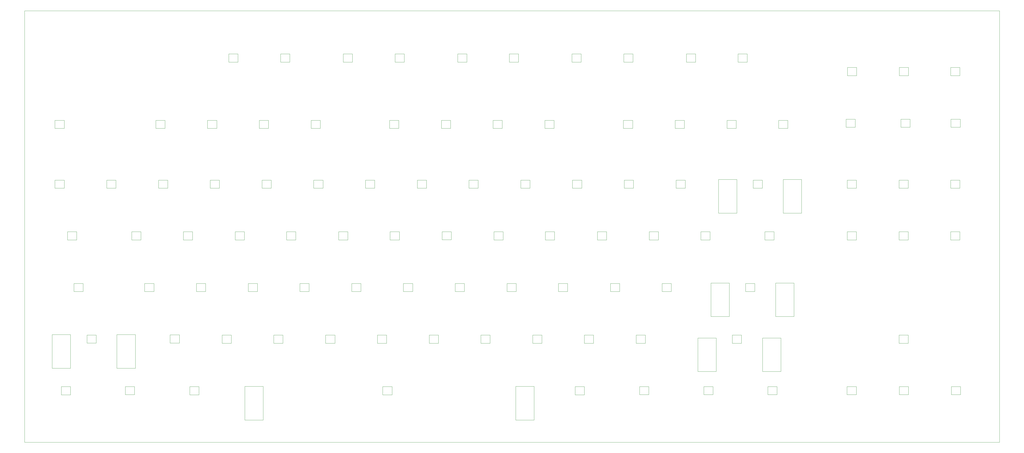
<source format=gbr>
%TF.GenerationSoftware,KiCad,Pcbnew,8.0.2-8.0.2-0~ubuntu22.04.1*%
%TF.CreationDate,2024-05-19T18:59:24-07:00*%
%TF.ProjectId,100kbd,3130306b-6264-42e6-9b69-6361645f7063,rev?*%
%TF.SameCoordinates,Original*%
%TF.FileFunction,Profile,NP*%
%FSLAX46Y46*%
G04 Gerber Fmt 4.6, Leading zero omitted, Abs format (unit mm)*
G04 Created by KiCad (PCBNEW 8.0.2-8.0.2-0~ubuntu22.04.1) date 2024-05-19 18:59:24*
%MOMM*%
%LPD*%
G01*
G04 APERTURE LIST*
%TA.AperFunction,Profile*%
%ADD10C,0.050000*%
%TD*%
%TA.AperFunction,Profile*%
%ADD11C,0.120000*%
%TD*%
G04 APERTURE END LIST*
D10*
X-229800000Y451100000D02*
X130110000Y451100000D01*
X130110000Y291700000D01*
X-229800000Y291700000D01*
X-229800000Y451100000D01*
X130000000Y291700000D02*
X-229800000Y291700000D01*
%TO.C,SW36*%
X18738878Y330194517D02*
X18738878Y317794517D01*
X18738878Y317794517D02*
X25538878Y317794517D01*
X25538878Y330194517D02*
X18738878Y330194517D01*
X25538878Y317794517D02*
X25538878Y330194517D01*
X42620000Y330205708D02*
X42620000Y317805708D01*
X42620000Y317805708D02*
X49420000Y317805708D01*
X49420000Y330205708D02*
X42620000Y330205708D01*
X49420000Y317805708D02*
X49420000Y330205708D01*
%TO.C,SW31*%
X-219590000Y331445663D02*
X-219590000Y319045663D01*
X-219590000Y319045663D02*
X-212790000Y319045663D01*
X-212790000Y331445663D02*
X-219590000Y331445663D01*
X-212790000Y319045663D02*
X-212790000Y331445663D01*
X-195712012Y331444969D02*
X-195712012Y319044969D01*
X-195712012Y319044969D02*
X-188912012Y319044969D01*
X-188912012Y331444969D02*
X-195712012Y331444969D01*
X-188912012Y319044969D02*
X-188912012Y331444969D01*
%TO.C,SW47*%
X23570000Y350545663D02*
X23570000Y338145663D01*
X23570000Y338145663D02*
X30370000Y338145663D01*
X30370000Y350545663D02*
X23570000Y350545663D01*
X30370000Y338145663D02*
X30370000Y350545663D01*
X47447988Y350544969D02*
X47447988Y338144969D01*
X47447988Y338144969D02*
X54247988Y338144969D01*
X54247988Y350544969D02*
X47447988Y350544969D01*
X54247988Y338144969D02*
X54247988Y350544969D01*
%TO.C,SW97*%
X26332183Y388745367D02*
X26332183Y376345367D01*
X26332183Y376345367D02*
X33132183Y376345367D01*
X33132183Y388745367D02*
X26332183Y388745367D01*
X33132183Y376345367D02*
X33132183Y388745367D01*
X50210000Y388740000D02*
X50210000Y376340000D01*
X50210000Y376340000D02*
X57010000Y376340000D01*
X57010000Y388740000D02*
X50210000Y388740000D01*
X57010000Y376340000D02*
X57010000Y388740000D01*
D11*
%TO.C,D143*%
X-110450000Y366450000D02*
X-113850000Y366450000D01*
X-113850000Y366450000D02*
X-113850000Y369450000D01*
X-110450000Y369450000D02*
X-110450000Y366450000D01*
X-113850000Y369450000D02*
X-110450000Y369450000D01*
%TO.C,D104*%
X47950000Y309250000D02*
X44550000Y309250000D01*
X44550000Y309250000D02*
X44550000Y312250000D01*
X47950000Y312250000D02*
X47950000Y309250000D01*
X44550000Y312250000D02*
X47950000Y312250000D01*
%TO.C,D183*%
X-120650000Y407650000D02*
X-124050000Y407650000D01*
X-124050000Y407650000D02*
X-124050000Y410650000D01*
X-120650000Y410650000D02*
X-120650000Y407650000D01*
X-124050000Y410650000D02*
X-120650000Y410650000D01*
%TO.C,D147*%
X-34150000Y366450000D02*
X-37550000Y366450000D01*
X-37550000Y366450000D02*
X-37550000Y369450000D01*
X-34150000Y369450000D02*
X-34150000Y366450000D01*
X-37550000Y369450000D02*
X-34150000Y369450000D01*
%TO.C,D161*%
X-24150000Y385550000D02*
X-27550000Y385550000D01*
X-27550000Y385550000D02*
X-27550000Y388550000D01*
X-24150000Y388550000D02*
X-24150000Y385550000D01*
X-27550000Y388550000D02*
X-24150000Y388550000D01*
%TO.C,D135*%
X-162950000Y347350000D02*
X-166350000Y347350000D01*
X-166350000Y347350000D02*
X-166350000Y350350000D01*
X-162950000Y350350000D02*
X-162950000Y347350000D01*
X-166350000Y350350000D02*
X-162950000Y350350000D01*
%TO.C,D171*%
X-215150000Y385550000D02*
X-218550000Y385550000D01*
X-218550000Y385550000D02*
X-218550000Y388550000D01*
X-215150000Y388550000D02*
X-215150000Y385550000D01*
X-218550000Y388550000D02*
X-215150000Y388550000D01*
%TO.C,D103*%
X77200000Y309250000D02*
X73800000Y309250000D01*
X73800000Y309250000D02*
X73800000Y312250000D01*
X77200000Y312250000D02*
X77200000Y309250000D01*
X73800000Y312250000D02*
X77200000Y312250000D01*
%TO.C,D118*%
X-77050000Y328250000D02*
X-80450000Y328250000D01*
X-80450000Y328250000D02*
X-80450000Y331250000D01*
X-77050000Y331250000D02*
X-77050000Y328250000D01*
X-80450000Y331250000D02*
X-77050000Y331250000D01*
%TO.C,D127*%
X-10150000Y347350000D02*
X-13550000Y347350000D01*
X-13550000Y347350000D02*
X-13550000Y350350000D01*
X-10150000Y350350000D02*
X-10150000Y347350000D01*
X-13550000Y350350000D02*
X-10150000Y350350000D01*
%TO.C,D121*%
X-19750000Y328250000D02*
X-23150000Y328250000D01*
X-23150000Y328250000D02*
X-23150000Y331250000D01*
X-19750000Y331250000D02*
X-19750000Y328250000D01*
X-23150000Y331250000D02*
X-19750000Y331250000D01*
%TO.C,D156*%
X96350000Y385550000D02*
X92950000Y385550000D01*
X92950000Y385550000D02*
X92950000Y388550000D01*
X96350000Y388550000D02*
X96350000Y385550000D01*
X92950000Y388550000D02*
X96350000Y388550000D01*
%TO.C,D117*%
X-96150000Y328250000D02*
X-99550000Y328250000D01*
X-99550000Y328250000D02*
X-99550000Y331250000D01*
X-96150000Y331250000D02*
X-96150000Y328250000D01*
X-99550000Y331250000D02*
X-96150000Y331250000D01*
%TO.C,D150*%
X23250000Y366450000D02*
X19850000Y366450000D01*
X19850000Y366450000D02*
X19850000Y369450000D01*
X23250000Y369450000D02*
X23250000Y366450000D01*
X19850000Y369450000D02*
X23250000Y369450000D01*
%TO.C,D158*%
X42550000Y385550000D02*
X39150000Y385550000D01*
X39150000Y385550000D02*
X39150000Y388550000D01*
X42550000Y388550000D02*
X42550000Y385550000D01*
X39150000Y388550000D02*
X42550000Y388550000D01*
%TO.C,D125*%
X39750000Y347350000D02*
X36350000Y347350000D01*
X36350000Y347350000D02*
X36350000Y350350000D01*
X39750000Y350350000D02*
X39750000Y347350000D01*
X36350000Y350350000D02*
X39750000Y350350000D01*
%TO.C,D184*%
X-139750000Y407650000D02*
X-143150000Y407650000D01*
X-143150000Y407650000D02*
X-143150000Y410650000D01*
X-139750000Y410650000D02*
X-139750000Y407650000D01*
X-143150000Y410650000D02*
X-139750000Y410650000D01*
%TO.C,D149*%
X4150000Y366450000D02*
X750000Y366450000D01*
X750000Y366450000D02*
X750000Y369450000D01*
X4150000Y369450000D02*
X4150000Y366450000D01*
X750000Y369450000D02*
X4150000Y369450000D01*
%TO.C,D113*%
X-172650000Y328350000D02*
X-176050000Y328350000D01*
X-176050000Y328350000D02*
X-176050000Y331350000D01*
X-172650000Y331350000D02*
X-172650000Y328350000D01*
X-176050000Y331350000D02*
X-172650000Y331350000D01*
%TO.C,D163*%
X-62350000Y385550000D02*
X-65750000Y385550000D01*
X-65750000Y385550000D02*
X-65750000Y388550000D01*
X-62350000Y388550000D02*
X-62350000Y385550000D01*
X-65750000Y388550000D02*
X-62350000Y388550000D01*
%TO.C,D170*%
X-196050000Y385550000D02*
X-199450000Y385550000D01*
X-199450000Y385550000D02*
X-199450000Y388550000D01*
X-196050000Y388550000D02*
X-196050000Y385550000D01*
X-199450000Y388550000D02*
X-196050000Y388550000D01*
%TO.C,D192*%
X17870000Y432150000D02*
X14470000Y432150000D01*
X14470000Y432150000D02*
X14470000Y435150000D01*
X17870000Y435150000D02*
X17870000Y432150000D01*
X14470000Y435150000D02*
X17870000Y435150000D01*
%TO.C,D136*%
X-182050000Y347350000D02*
X-185450000Y347350000D01*
X-185450000Y347350000D02*
X-185450000Y350350000D01*
X-182050000Y350350000D02*
X-182050000Y347350000D01*
X-185450000Y350350000D02*
X-182050000Y350350000D01*
%TO.C,D132*%
X-105650000Y347350000D02*
X-109050000Y347350000D01*
X-109050000Y347350000D02*
X-109050000Y350350000D01*
X-105650000Y350350000D02*
X-105650000Y347350000D01*
X-109050000Y350350000D02*
X-105650000Y350350000D01*
%TO.C,D177*%
X13750000Y407650000D02*
X10350000Y407650000D01*
X10350000Y407650000D02*
X10350000Y410650000D01*
X13750000Y410650000D02*
X13750000Y407650000D01*
X10350000Y410650000D02*
X13750000Y410650000D01*
%TO.C,D126*%
X8950000Y347350000D02*
X5550000Y347350000D01*
X5550000Y347350000D02*
X5550000Y350350000D01*
X8950000Y350350000D02*
X8950000Y347350000D01*
X5550000Y350350000D02*
X8950000Y350350000D01*
%TO.C,D144*%
X-91450000Y366450000D02*
X-94850000Y366450000D01*
X-94850000Y366450000D02*
X-94850000Y369450000D01*
X-91450000Y369450000D02*
X-91450000Y366450000D01*
X-94850000Y369450000D02*
X-91450000Y369450000D01*
%TO.C,D129*%
X-48350000Y347350000D02*
X-51750000Y347350000D01*
X-51750000Y347350000D02*
X-51750000Y350350000D01*
X-48350000Y350350000D02*
X-48350000Y347350000D01*
X-51750000Y350350000D02*
X-48350000Y350350000D01*
%TO.C,D131*%
X-86550000Y347350000D02*
X-89950000Y347350000D01*
X-89950000Y347350000D02*
X-89950000Y350350000D01*
X-86550000Y350350000D02*
X-86550000Y347350000D01*
X-89950000Y350350000D02*
X-86550000Y350350000D01*
%TO.C,D174*%
X76800000Y408050000D02*
X73400000Y408050000D01*
X73400000Y408050000D02*
X73400000Y411050000D01*
X76800000Y411050000D02*
X76800000Y408050000D01*
X73400000Y411050000D02*
X76800000Y411050000D01*
%TO.C,D106*%
X600000Y309250000D02*
X-2800000Y309250000D01*
X-2800000Y309250000D02*
X-2800000Y312250000D01*
X600000Y312250000D02*
X600000Y309250000D01*
X-2800000Y312250000D02*
X600000Y312250000D01*
%TO.C,D176*%
X32850000Y407650000D02*
X29450000Y407650000D01*
X29450000Y407650000D02*
X29450000Y410650000D01*
X32850000Y410650000D02*
X32850000Y407650000D01*
X29450000Y410650000D02*
X32850000Y410650000D01*
%TO.C,D119*%
X-57950000Y328250000D02*
X-61350000Y328250000D01*
X-61350000Y328250000D02*
X-61350000Y331250000D01*
X-57950000Y331250000D02*
X-57950000Y328250000D01*
X-61350000Y331250000D02*
X-57950000Y331250000D01*
%TO.C,D199*%
X-131850000Y432150000D02*
X-135250000Y432150000D01*
X-135250000Y432150000D02*
X-135250000Y435150000D01*
X-131850000Y435150000D02*
X-131850000Y432150000D01*
X-135250000Y435150000D02*
X-131850000Y435150000D01*
%TO.C,D197*%
X-89640000Y432150000D02*
X-93040000Y432150000D01*
X-93040000Y432150000D02*
X-93040000Y435150000D01*
X-89640000Y435150000D02*
X-89640000Y432150000D01*
X-93040000Y435150000D02*
X-89640000Y435150000D01*
%TO.C,D145*%
X-72250000Y366500000D02*
X-75650000Y366500000D01*
X-75650000Y366500000D02*
X-75650000Y369500000D01*
X-72250000Y369500000D02*
X-72250000Y366500000D01*
X-75650000Y369500000D02*
X-72250000Y369500000D01*
%TO.C,D114*%
X-153450000Y328250000D02*
X-156850000Y328250000D01*
X-156850000Y328250000D02*
X-156850000Y331250000D01*
X-153450000Y331250000D02*
X-153450000Y328250000D01*
X-156850000Y331250000D02*
X-153450000Y331250000D01*
%TO.C,D193*%
X-5235518Y432150000D02*
X-8635518Y432150000D01*
X-8635518Y432150000D02*
X-8635518Y435150000D01*
X-5235518Y435150000D02*
X-5235518Y432150000D01*
X-8635518Y435150000D02*
X-5235518Y435150000D01*
%TO.C,D151*%
X46850000Y366450000D02*
X43450000Y366450000D01*
X43450000Y366450000D02*
X43450000Y369450000D01*
X46850000Y369450000D02*
X46850000Y366450000D01*
X43450000Y369450000D02*
X46850000Y369450000D01*
%TO.C,D120*%
X-38850000Y328250000D02*
X-42250000Y328250000D01*
X-42250000Y328250000D02*
X-42250000Y331250000D01*
X-38850000Y331250000D02*
X-38850000Y328250000D01*
X-42250000Y331250000D02*
X-38850000Y331250000D01*
%TO.C,D185*%
X-158850000Y407650000D02*
X-162250000Y407650000D01*
X-162250000Y407650000D02*
X-162250000Y410650000D01*
X-158850000Y410650000D02*
X-158850000Y407650000D01*
X-162250000Y410650000D02*
X-158850000Y410650000D01*
%TO.C,D108*%
X-94159764Y309223913D02*
X-97559764Y309223913D01*
X-97559764Y309223913D02*
X-97559764Y312223913D01*
X-94159764Y312223913D02*
X-94159764Y309223913D01*
X-97559764Y312223913D02*
X-94159764Y312223913D01*
%TO.C,D164*%
X-81450000Y385550000D02*
X-84850000Y385550000D01*
X-84850000Y385550000D02*
X-84850000Y388550000D01*
X-81450000Y388550000D02*
X-81450000Y385550000D01*
X-84850000Y388550000D02*
X-81450000Y388550000D01*
%TO.C,D155*%
X115450000Y385550000D02*
X112050000Y385550000D01*
X112050000Y385550000D02*
X112050000Y388550000D01*
X115450000Y388550000D02*
X115450000Y385550000D01*
X112050000Y388550000D02*
X115450000Y388550000D01*
%TO.C,D146*%
X-53150000Y366450000D02*
X-56550000Y366450000D01*
X-56550000Y366450000D02*
X-56550000Y369450000D01*
X-53150000Y369450000D02*
X-53150000Y366450000D01*
X-56550000Y369450000D02*
X-53150000Y369450000D01*
%TO.C,D141*%
X-148650000Y366450000D02*
X-152050000Y366450000D01*
X-152050000Y366450000D02*
X-152050000Y369450000D01*
X-148650000Y369450000D02*
X-148650000Y366450000D01*
X-152050000Y369450000D02*
X-148650000Y369450000D01*
%TO.C,D173*%
X97050000Y408050000D02*
X93650000Y408050000D01*
X93650000Y408050000D02*
X93650000Y411050000D01*
X97050000Y411050000D02*
X97050000Y408050000D01*
X93650000Y411050000D02*
X97050000Y411050000D01*
%TO.C,D189*%
X96450000Y427150000D02*
X93050000Y427150000D01*
X93050000Y427150000D02*
X93050000Y430150000D01*
X96450000Y430150000D02*
X96450000Y427150000D01*
X93050000Y430150000D02*
X96450000Y430150000D01*
%TO.C,D188*%
X115450000Y427151692D02*
X112050000Y427151692D01*
X112050000Y427151692D02*
X112050000Y430151692D01*
X115450000Y430151692D02*
X115450000Y427151692D01*
X112050000Y430151692D02*
X115450000Y430151692D01*
%TO.C,D130*%
X-67450000Y347350000D02*
X-70850000Y347350000D01*
X-70850000Y347350000D02*
X-70850000Y350350000D01*
X-67450000Y350350000D02*
X-67450000Y347350000D01*
X-70850000Y350350000D02*
X-67450000Y350350000D01*
%TO.C,D138*%
X-210550000Y366450000D02*
X-213950000Y366450000D01*
X-213950000Y366450000D02*
X-213950000Y369450000D01*
X-210550000Y369450000D02*
X-210550000Y366450000D01*
X-213950000Y369450000D02*
X-210550000Y369450000D01*
%TO.C,D110*%
X-189200000Y309250000D02*
X-192600000Y309250000D01*
X-192600000Y309250000D02*
X-192600000Y312250000D01*
X-189200000Y312250000D02*
X-189200000Y309250000D01*
X-192600000Y312250000D02*
X-189200000Y312250000D01*
%TO.C,D112*%
X-203377270Y328316162D02*
X-206777270Y328316162D01*
X-206777270Y328316162D02*
X-206777270Y331316162D01*
X-203377270Y331316162D02*
X-203377270Y328316162D01*
X-206777270Y331316162D02*
X-203377270Y331316162D01*
%TO.C,D148*%
X-14950000Y366450000D02*
X-18350000Y366450000D01*
X-18350000Y366450000D02*
X-18350000Y369450000D01*
X-14950000Y369450000D02*
X-14950000Y366450000D01*
X-18350000Y369450000D02*
X-14950000Y369450000D01*
%TO.C,D124*%
X96350000Y328250000D02*
X92950000Y328250000D01*
X92950000Y328250000D02*
X92950000Y331250000D01*
X96350000Y331250000D02*
X96350000Y328250000D01*
X92950000Y331250000D02*
X96350000Y331250000D01*
%TO.C,D168*%
X-157850000Y385550000D02*
X-161250000Y385550000D01*
X-161250000Y385550000D02*
X-161250000Y388550000D01*
X-157850000Y388550000D02*
X-157850000Y385550000D01*
X-161250000Y388550000D02*
X-157850000Y388550000D01*
%TO.C,D133*%
X-124750000Y347350000D02*
X-128150000Y347350000D01*
X-128150000Y347350000D02*
X-128150000Y350350000D01*
X-124750000Y350350000D02*
X-124750000Y347350000D01*
X-128150000Y350350000D02*
X-124750000Y350350000D01*
%TO.C,D116*%
X-115250000Y328250000D02*
X-118650000Y328250000D01*
X-118650000Y328250000D02*
X-118650000Y331250000D01*
X-115250000Y331250000D02*
X-115250000Y328250000D01*
X-118650000Y331250000D02*
X-115250000Y331250000D01*
%TO.C,D123*%
X34850000Y328250000D02*
X31450000Y328250000D01*
X31450000Y328250000D02*
X31450000Y331250000D01*
X34850000Y331250000D02*
X34850000Y328250000D01*
X31450000Y331250000D02*
X34850000Y331250000D01*
%TO.C,D142*%
X-129650000Y366450000D02*
X-133050000Y366450000D01*
X-133050000Y366450000D02*
X-133050000Y369450000D01*
X-129650000Y369450000D02*
X-129650000Y366450000D01*
X-133050000Y369450000D02*
X-129650000Y369450000D01*
%TO.C,D169*%
X-176950000Y385550000D02*
X-180350000Y385550000D01*
X-180350000Y385550000D02*
X-180350000Y388550000D01*
X-176950000Y388550000D02*
X-176950000Y385550000D01*
X-180350000Y388550000D02*
X-176950000Y388550000D01*
%TO.C,D194*%
X-24335518Y432150000D02*
X-27735518Y432150000D01*
X-27735518Y432150000D02*
X-27735518Y435150000D01*
X-24335518Y435150000D02*
X-24335518Y432150000D01*
X-27735518Y435150000D02*
X-24335518Y435150000D01*
%TO.C,D186*%
X-177950000Y407650000D02*
X-181350000Y407650000D01*
X-181350000Y407650000D02*
X-181350000Y410650000D01*
X-177950000Y410650000D02*
X-177950000Y407650000D01*
X-181350000Y410650000D02*
X-177950000Y410650000D01*
%TO.C,D101*%
X115700000Y309250000D02*
X112300000Y309250000D01*
X112300000Y309250000D02*
X112300000Y312250000D01*
X115700000Y312250000D02*
X115700000Y309250000D01*
X112300000Y312250000D02*
X115700000Y312250000D01*
%TO.C,D139*%
X-186850000Y366450000D02*
X-190250000Y366450000D01*
X-190250000Y366450000D02*
X-190250000Y369450000D01*
X-186850000Y369450000D02*
X-186850000Y366450000D01*
X-190250000Y369450000D02*
X-186850000Y369450000D01*
%TO.C,D109*%
X-165387302Y309223913D02*
X-168787302Y309223913D01*
X-168787302Y309223913D02*
X-168787302Y312223913D01*
X-165387302Y312223913D02*
X-165387302Y309223913D01*
X-168787302Y312223913D02*
X-165387302Y312223913D01*
%TO.C,D160*%
X-5050000Y385550000D02*
X-8450000Y385550000D01*
X-8450000Y385550000D02*
X-8450000Y388550000D01*
X-5050000Y388550000D02*
X-5050000Y385550000D01*
X-8450000Y388550000D02*
X-5050000Y388550000D01*
%TO.C,D178*%
X-5350000Y407650000D02*
X-8750000Y407650000D01*
X-8750000Y407650000D02*
X-8750000Y410650000D01*
X-5350000Y410650000D02*
X-5350000Y407650000D01*
X-8750000Y410650000D02*
X-5350000Y410650000D01*
%TO.C,D102*%
X96450000Y309250000D02*
X93050000Y309250000D01*
X93050000Y309250000D02*
X93050000Y312250000D01*
X96450000Y312250000D02*
X96450000Y309250000D01*
X93050000Y312250000D02*
X96450000Y312250000D01*
%TO.C,D137*%
X-208150000Y347350000D02*
X-211550000Y347350000D01*
X-211550000Y347350000D02*
X-211550000Y350350000D01*
X-208150000Y350350000D02*
X-208150000Y347350000D01*
X-211550000Y350350000D02*
X-208150000Y350350000D01*
%TO.C,D162*%
X-43250000Y385550000D02*
X-46650000Y385550000D01*
X-46650000Y385550000D02*
X-46650000Y388550000D01*
X-43250000Y388550000D02*
X-43250000Y385550000D01*
X-46650000Y388550000D02*
X-43250000Y388550000D01*
%TO.C,D179*%
X-34350000Y407650000D02*
X-37750000Y407650000D01*
X-37750000Y407650000D02*
X-37750000Y410650000D01*
X-34350000Y410650000D02*
X-34350000Y407650000D01*
X-37750000Y410650000D02*
X-34350000Y410650000D01*
%TO.C,D128*%
X-29350000Y347350000D02*
X-32750000Y347350000D01*
X-32750000Y347350000D02*
X-32750000Y350350000D01*
X-29350000Y350350000D02*
X-29350000Y347350000D01*
X-32750000Y350350000D02*
X-29350000Y350350000D01*
%TO.C,D122*%
X-650000Y328250000D02*
X-4050000Y328250000D01*
X-4050000Y328250000D02*
X-4050000Y331250000D01*
X-650000Y331250000D02*
X-650000Y328250000D01*
X-4050000Y331250000D02*
X-650000Y331250000D01*
%TO.C,D180*%
X-53450000Y407650000D02*
X-56850000Y407650000D01*
X-56850000Y407650000D02*
X-56850000Y410650000D01*
X-53450000Y410650000D02*
X-53450000Y407650000D01*
X-56850000Y410650000D02*
X-53450000Y410650000D01*
%TO.C,D191*%
X36970000Y432150000D02*
X33570000Y432150000D01*
X33570000Y432150000D02*
X33570000Y435150000D01*
X36970000Y435150000D02*
X36970000Y432150000D01*
X33570000Y435150000D02*
X36970000Y435150000D01*
%TO.C,D181*%
X-72550000Y407650000D02*
X-75950000Y407650000D01*
X-75950000Y407650000D02*
X-75950000Y410650000D01*
X-72550000Y410650000D02*
X-72550000Y407650000D01*
X-75950000Y410650000D02*
X-72550000Y410650000D01*
%TO.C,D196*%
X-66535518Y432150000D02*
X-69935518Y432150000D01*
X-69935518Y432150000D02*
X-69935518Y435150000D01*
X-66535518Y435150000D02*
X-66535518Y432150000D01*
X-69935518Y435150000D02*
X-66535518Y435150000D01*
%TO.C,D154*%
X115450000Y366450000D02*
X112050000Y366450000D01*
X112050000Y366450000D02*
X112050000Y369450000D01*
X115450000Y369450000D02*
X115450000Y366450000D01*
X112050000Y369450000D02*
X115450000Y369450000D01*
%TO.C,D167*%
X-138750000Y385550000D02*
X-142150000Y385550000D01*
X-142150000Y385550000D02*
X-142150000Y388550000D01*
X-138750000Y388550000D02*
X-138750000Y385550000D01*
X-142150000Y388550000D02*
X-138750000Y388550000D01*
%TO.C,D157*%
X77250000Y385550000D02*
X73850000Y385550000D01*
X73850000Y385550000D02*
X73850000Y388550000D01*
X77250000Y388550000D02*
X77250000Y385550000D01*
X73850000Y388550000D02*
X77250000Y388550000D01*
%TO.C,D198*%
X-108740000Y432150000D02*
X-112140000Y432150000D01*
X-112140000Y432150000D02*
X-112140000Y435150000D01*
X-108740000Y435150000D02*
X-108740000Y432150000D01*
X-112140000Y435150000D02*
X-108740000Y435150000D01*
%TO.C,D153*%
X96350000Y366450000D02*
X92950000Y366450000D01*
X92950000Y366450000D02*
X92950000Y369450000D01*
X96350000Y369450000D02*
X96350000Y366450000D01*
X92950000Y369450000D02*
X96350000Y369450000D01*
%TO.C,D134*%
X-143850000Y347350000D02*
X-147250000Y347350000D01*
X-147250000Y347350000D02*
X-147250000Y350350000D01*
X-143850000Y350350000D02*
X-143850000Y347350000D01*
X-147250000Y350350000D02*
X-143850000Y350350000D01*
%TO.C,D105*%
X24350000Y309250000D02*
X20950000Y309250000D01*
X20950000Y309250000D02*
X20950000Y312250000D01*
X24350000Y312250000D02*
X24350000Y309250000D01*
X20950000Y312250000D02*
X24350000Y312250000D01*
%TO.C,D111*%
X-212851971Y309202052D02*
X-216251971Y309202052D01*
X-216251971Y309202052D02*
X-216251971Y312202052D01*
X-212851971Y312202052D02*
X-212851971Y309202052D01*
X-216251971Y312202052D02*
X-212851971Y312202052D01*
%TO.C,D115*%
X-134450000Y328250000D02*
X-137850000Y328250000D01*
X-137850000Y328250000D02*
X-137850000Y331250000D01*
X-134450000Y331250000D02*
X-134450000Y328250000D01*
X-137850000Y331250000D02*
X-134450000Y331250000D01*
%TO.C,D195*%
X-47440000Y432150000D02*
X-50840000Y432150000D01*
X-50840000Y432150000D02*
X-50840000Y435150000D01*
X-47440000Y435150000D02*
X-47440000Y432150000D01*
X-50840000Y435150000D02*
X-47440000Y435150000D01*
%TO.C,D107*%
X-23150000Y309223913D02*
X-26550000Y309223913D01*
X-26550000Y309223913D02*
X-26550000Y312223913D01*
X-23150000Y312223913D02*
X-23150000Y309223913D01*
X-26550000Y312223913D02*
X-23150000Y312223913D01*
%TO.C,D172*%
X115550000Y408050000D02*
X112150000Y408050000D01*
X112150000Y408050000D02*
X112150000Y411050000D01*
X115550000Y411050000D02*
X115550000Y408050000D01*
X112150000Y411050000D02*
X115550000Y411050000D01*
%TO.C,D152*%
X77250000Y366450000D02*
X73850000Y366450000D01*
X73850000Y366450000D02*
X73850000Y369450000D01*
X77250000Y369450000D02*
X77250000Y366450000D01*
X73850000Y369450000D02*
X77250000Y369450000D01*
%TO.C,D175*%
X51950000Y407650000D02*
X48550000Y407650000D01*
X48550000Y407650000D02*
X48550000Y410650000D01*
X51950000Y410650000D02*
X51950000Y407650000D01*
X48550000Y410650000D02*
X51950000Y410650000D01*
%TO.C,D140*%
X-167750000Y366450000D02*
X-171150000Y366450000D01*
X-171150000Y366450000D02*
X-171150000Y369450000D01*
X-167750000Y369450000D02*
X-167750000Y366450000D01*
X-171150000Y369450000D02*
X-167750000Y369450000D01*
%TO.C,D165*%
X-100550000Y385550000D02*
X-103950000Y385550000D01*
X-103950000Y385550000D02*
X-103950000Y388550000D01*
X-100550000Y388550000D02*
X-100550000Y385550000D01*
X-103950000Y388550000D02*
X-100550000Y388550000D01*
%TO.C,D187*%
X-215150000Y407650000D02*
X-218550000Y407650000D01*
X-218550000Y407650000D02*
X-218550000Y410650000D01*
X-215150000Y410650000D02*
X-215150000Y407650000D01*
X-218550000Y410650000D02*
X-215150000Y410650000D01*
%TO.C,D200*%
X-151000000Y432150788D02*
X-154400000Y432150788D01*
X-154400000Y432150788D02*
X-154400000Y435150788D01*
X-151000000Y435150788D02*
X-151000000Y432150788D01*
X-154400000Y435150788D02*
X-151000000Y435150788D01*
%TO.C,D190*%
X77350000Y427150000D02*
X73950000Y427150000D01*
X73950000Y427150000D02*
X73950000Y430150000D01*
X77350000Y430150000D02*
X77350000Y427150000D01*
X73950000Y430150000D02*
X77350000Y430150000D01*
%TO.C,D182*%
X-91650000Y407650000D02*
X-95050000Y407650000D01*
X-95050000Y407650000D02*
X-95050000Y410650000D01*
X-91650000Y410650000D02*
X-91650000Y407650000D01*
X-95050000Y410650000D02*
X-91650000Y410650000D01*
%TO.C,D159*%
X14050000Y385550000D02*
X10650000Y385550000D01*
X10650000Y385550000D02*
X10650000Y388550000D01*
X14050000Y388550000D02*
X14050000Y385550000D01*
X10650000Y388550000D02*
X14050000Y388550000D01*
%TO.C,D166*%
X-119650000Y385550000D02*
X-123050000Y385550000D01*
X-123050000Y385550000D02*
X-123050000Y388550000D01*
X-119650000Y388550000D02*
X-119650000Y385550000D01*
X-123050000Y388550000D02*
X-119650000Y388550000D01*
D10*
%TO.C,SW2*%
X-148520000Y312300000D02*
X-148520000Y299900000D01*
X-148520000Y299900000D02*
X-141720000Y299900000D01*
X-141720000Y312300000D02*
X-148520000Y312300000D01*
X-141720000Y299900000D02*
X-141720000Y312300000D01*
X-48520000Y312300000D02*
X-48520000Y299900000D01*
X-48520000Y299900000D02*
X-41720000Y299900000D01*
X-41720000Y312300000D02*
X-48520000Y312300000D01*
X-41720000Y299900000D02*
X-41720000Y312300000D01*
%TD*%
M02*

</source>
